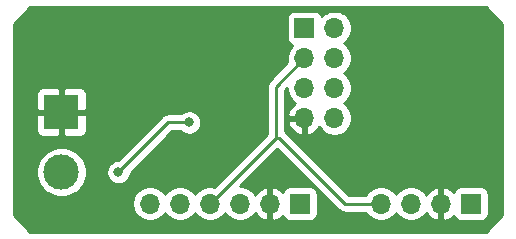
<source format=gbr>
G04 #@! TF.GenerationSoftware,KiCad,Pcbnew,5.1.5+dfsg1-2build2*
G04 #@! TF.CreationDate,2020-05-16T18:57:51+02:00*
G04 #@! TF.ProjectId,WeatherStationPcb,57656174-6865-4725-9374-6174696f6e50,1*
G04 #@! TF.SameCoordinates,Original*
G04 #@! TF.FileFunction,Copper,L2,Bot*
G04 #@! TF.FilePolarity,Positive*
%FSLAX46Y46*%
G04 Gerber Fmt 4.6, Leading zero omitted, Abs format (unit mm)*
G04 Created by KiCad (PCBNEW 5.1.5+dfsg1-2build2) date 2020-05-16 18:57:51*
%MOMM*%
%LPD*%
G04 APERTURE LIST*
%ADD10R,3.000000X3.000000*%
%ADD11C,3.000000*%
%ADD12R,1.700000X1.700000*%
%ADD13O,1.700000X1.700000*%
%ADD14C,0.800000*%
%ADD15C,0.250000*%
%ADD16C,0.254000*%
G04 APERTURE END LIST*
D10*
X64643000Y-54229000D03*
D11*
X64643000Y-59309000D03*
D12*
X84836000Y-61976000D03*
D13*
X82296000Y-61976000D03*
X79756000Y-61976000D03*
X77216000Y-61976000D03*
X74676000Y-61976000D03*
X72136000Y-61976000D03*
D12*
X99314000Y-61976000D03*
D13*
X96774000Y-61976000D03*
X94234000Y-61976000D03*
X91694000Y-61976000D03*
D12*
X85217000Y-47117000D03*
D13*
X87757000Y-47117000D03*
X85217000Y-49657000D03*
X87757000Y-49657000D03*
X85217000Y-52197000D03*
X87757000Y-52197000D03*
X85217000Y-54737000D03*
X87757000Y-54737000D03*
D14*
X78232000Y-49530000D03*
X69088000Y-53340000D03*
X69469000Y-59309000D03*
X75452000Y-55104000D03*
D15*
X73674000Y-55104000D02*
X69469000Y-59309000D01*
X75452000Y-55104000D02*
X73674000Y-55104000D01*
X85217000Y-49657000D02*
X82804000Y-52070000D01*
X82804000Y-56388000D02*
X77216000Y-61976000D01*
X82804000Y-52070000D02*
X82804000Y-56388000D01*
X82804000Y-56388000D02*
X83058000Y-56388000D01*
X88646000Y-61976000D02*
X91694000Y-61976000D01*
X83058000Y-56388000D02*
X88646000Y-61976000D01*
D16*
G36*
X101956001Y-46763607D02*
G01*
X101956000Y-62964394D01*
X100556394Y-64364000D01*
X62003606Y-64364000D01*
X60604000Y-62964394D01*
X60604000Y-61829740D01*
X70651000Y-61829740D01*
X70651000Y-62122260D01*
X70708068Y-62409158D01*
X70820010Y-62679411D01*
X70982525Y-62922632D01*
X71189368Y-63129475D01*
X71432589Y-63291990D01*
X71702842Y-63403932D01*
X71989740Y-63461000D01*
X72282260Y-63461000D01*
X72569158Y-63403932D01*
X72839411Y-63291990D01*
X73082632Y-63129475D01*
X73289475Y-62922632D01*
X73406000Y-62748240D01*
X73522525Y-62922632D01*
X73729368Y-63129475D01*
X73972589Y-63291990D01*
X74242842Y-63403932D01*
X74529740Y-63461000D01*
X74822260Y-63461000D01*
X75109158Y-63403932D01*
X75379411Y-63291990D01*
X75622632Y-63129475D01*
X75829475Y-62922632D01*
X75946000Y-62748240D01*
X76062525Y-62922632D01*
X76269368Y-63129475D01*
X76512589Y-63291990D01*
X76782842Y-63403932D01*
X77069740Y-63461000D01*
X77362260Y-63461000D01*
X77649158Y-63403932D01*
X77919411Y-63291990D01*
X78162632Y-63129475D01*
X78369475Y-62922632D01*
X78486000Y-62748240D01*
X78602525Y-62922632D01*
X78809368Y-63129475D01*
X79052589Y-63291990D01*
X79322842Y-63403932D01*
X79609740Y-63461000D01*
X79902260Y-63461000D01*
X80189158Y-63403932D01*
X80459411Y-63291990D01*
X80702632Y-63129475D01*
X80909475Y-62922632D01*
X81031195Y-62740466D01*
X81100822Y-62857355D01*
X81295731Y-63073588D01*
X81529080Y-63247641D01*
X81791901Y-63372825D01*
X81939110Y-63417476D01*
X82169000Y-63296155D01*
X82169000Y-62103000D01*
X82149000Y-62103000D01*
X82149000Y-61849000D01*
X82169000Y-61849000D01*
X82169000Y-60655845D01*
X82423000Y-60655845D01*
X82423000Y-61849000D01*
X82443000Y-61849000D01*
X82443000Y-62103000D01*
X82423000Y-62103000D01*
X82423000Y-63296155D01*
X82652890Y-63417476D01*
X82800099Y-63372825D01*
X83062920Y-63247641D01*
X83296269Y-63073588D01*
X83372034Y-62989534D01*
X83396498Y-63070180D01*
X83455463Y-63180494D01*
X83534815Y-63277185D01*
X83631506Y-63356537D01*
X83741820Y-63415502D01*
X83861518Y-63451812D01*
X83986000Y-63464072D01*
X85686000Y-63464072D01*
X85810482Y-63451812D01*
X85930180Y-63415502D01*
X86040494Y-63356537D01*
X86137185Y-63277185D01*
X86216537Y-63180494D01*
X86275502Y-63070180D01*
X86311812Y-62950482D01*
X86324072Y-62826000D01*
X86324072Y-61126000D01*
X86311812Y-61001518D01*
X86275502Y-60881820D01*
X86216537Y-60771506D01*
X86137185Y-60674815D01*
X86040494Y-60595463D01*
X85930180Y-60536498D01*
X85810482Y-60500188D01*
X85686000Y-60487928D01*
X83986000Y-60487928D01*
X83861518Y-60500188D01*
X83741820Y-60536498D01*
X83631506Y-60595463D01*
X83534815Y-60674815D01*
X83455463Y-60771506D01*
X83396498Y-60881820D01*
X83372034Y-60962466D01*
X83296269Y-60878412D01*
X83062920Y-60704359D01*
X82800099Y-60579175D01*
X82652890Y-60534524D01*
X82423000Y-60655845D01*
X82169000Y-60655845D01*
X81939110Y-60534524D01*
X81791901Y-60579175D01*
X81529080Y-60704359D01*
X81295731Y-60878412D01*
X81100822Y-61094645D01*
X81031195Y-61211534D01*
X80909475Y-61029368D01*
X80702632Y-60822525D01*
X80459411Y-60660010D01*
X80189158Y-60548068D01*
X79902260Y-60491000D01*
X79775802Y-60491000D01*
X82931001Y-57335802D01*
X88082205Y-62487008D01*
X88105999Y-62516001D01*
X88134992Y-62539795D01*
X88134996Y-62539799D01*
X88205685Y-62597811D01*
X88221724Y-62610974D01*
X88353753Y-62681546D01*
X88497014Y-62725003D01*
X88608667Y-62736000D01*
X88608676Y-62736000D01*
X88645999Y-62739676D01*
X88683322Y-62736000D01*
X90415822Y-62736000D01*
X90540525Y-62922632D01*
X90747368Y-63129475D01*
X90990589Y-63291990D01*
X91260842Y-63403932D01*
X91547740Y-63461000D01*
X91840260Y-63461000D01*
X92127158Y-63403932D01*
X92397411Y-63291990D01*
X92640632Y-63129475D01*
X92847475Y-62922632D01*
X92964000Y-62748240D01*
X93080525Y-62922632D01*
X93287368Y-63129475D01*
X93530589Y-63291990D01*
X93800842Y-63403932D01*
X94087740Y-63461000D01*
X94380260Y-63461000D01*
X94667158Y-63403932D01*
X94937411Y-63291990D01*
X95180632Y-63129475D01*
X95387475Y-62922632D01*
X95509195Y-62740466D01*
X95578822Y-62857355D01*
X95773731Y-63073588D01*
X96007080Y-63247641D01*
X96269901Y-63372825D01*
X96417110Y-63417476D01*
X96647000Y-63296155D01*
X96647000Y-62103000D01*
X96627000Y-62103000D01*
X96627000Y-61849000D01*
X96647000Y-61849000D01*
X96647000Y-60655845D01*
X96901000Y-60655845D01*
X96901000Y-61849000D01*
X96921000Y-61849000D01*
X96921000Y-62103000D01*
X96901000Y-62103000D01*
X96901000Y-63296155D01*
X97130890Y-63417476D01*
X97278099Y-63372825D01*
X97540920Y-63247641D01*
X97774269Y-63073588D01*
X97850034Y-62989534D01*
X97874498Y-63070180D01*
X97933463Y-63180494D01*
X98012815Y-63277185D01*
X98109506Y-63356537D01*
X98219820Y-63415502D01*
X98339518Y-63451812D01*
X98464000Y-63464072D01*
X100164000Y-63464072D01*
X100288482Y-63451812D01*
X100408180Y-63415502D01*
X100518494Y-63356537D01*
X100615185Y-63277185D01*
X100694537Y-63180494D01*
X100753502Y-63070180D01*
X100789812Y-62950482D01*
X100802072Y-62826000D01*
X100802072Y-61126000D01*
X100789812Y-61001518D01*
X100753502Y-60881820D01*
X100694537Y-60771506D01*
X100615185Y-60674815D01*
X100518494Y-60595463D01*
X100408180Y-60536498D01*
X100288482Y-60500188D01*
X100164000Y-60487928D01*
X98464000Y-60487928D01*
X98339518Y-60500188D01*
X98219820Y-60536498D01*
X98109506Y-60595463D01*
X98012815Y-60674815D01*
X97933463Y-60771506D01*
X97874498Y-60881820D01*
X97850034Y-60962466D01*
X97774269Y-60878412D01*
X97540920Y-60704359D01*
X97278099Y-60579175D01*
X97130890Y-60534524D01*
X96901000Y-60655845D01*
X96647000Y-60655845D01*
X96417110Y-60534524D01*
X96269901Y-60579175D01*
X96007080Y-60704359D01*
X95773731Y-60878412D01*
X95578822Y-61094645D01*
X95509195Y-61211534D01*
X95387475Y-61029368D01*
X95180632Y-60822525D01*
X94937411Y-60660010D01*
X94667158Y-60548068D01*
X94380260Y-60491000D01*
X94087740Y-60491000D01*
X93800842Y-60548068D01*
X93530589Y-60660010D01*
X93287368Y-60822525D01*
X93080525Y-61029368D01*
X92964000Y-61203760D01*
X92847475Y-61029368D01*
X92640632Y-60822525D01*
X92397411Y-60660010D01*
X92127158Y-60548068D01*
X91840260Y-60491000D01*
X91547740Y-60491000D01*
X91260842Y-60548068D01*
X90990589Y-60660010D01*
X90747368Y-60822525D01*
X90540525Y-61029368D01*
X90415822Y-61216000D01*
X88960803Y-61216000D01*
X83621804Y-55877003D01*
X83598001Y-55847999D01*
X83564000Y-55820095D01*
X83564000Y-55093890D01*
X83775524Y-55093890D01*
X83820175Y-55241099D01*
X83945359Y-55503920D01*
X84119412Y-55737269D01*
X84335645Y-55932178D01*
X84585748Y-56081157D01*
X84860109Y-56178481D01*
X85090000Y-56057814D01*
X85090000Y-54864000D01*
X83896845Y-54864000D01*
X83775524Y-55093890D01*
X83564000Y-55093890D01*
X83564000Y-52384801D01*
X83732000Y-52216801D01*
X83732000Y-52343260D01*
X83789068Y-52630158D01*
X83901010Y-52900411D01*
X84063525Y-53143632D01*
X84270368Y-53350475D01*
X84452534Y-53472195D01*
X84335645Y-53541822D01*
X84119412Y-53736731D01*
X83945359Y-53970080D01*
X83820175Y-54232901D01*
X83775524Y-54380110D01*
X83896845Y-54610000D01*
X85090000Y-54610000D01*
X85090000Y-54590000D01*
X85344000Y-54590000D01*
X85344000Y-54610000D01*
X85364000Y-54610000D01*
X85364000Y-54864000D01*
X85344000Y-54864000D01*
X85344000Y-56057814D01*
X85573891Y-56178481D01*
X85848252Y-56081157D01*
X86098355Y-55932178D01*
X86314588Y-55737269D01*
X86485900Y-55507594D01*
X86603525Y-55683632D01*
X86810368Y-55890475D01*
X87053589Y-56052990D01*
X87323842Y-56164932D01*
X87610740Y-56222000D01*
X87903260Y-56222000D01*
X88190158Y-56164932D01*
X88460411Y-56052990D01*
X88703632Y-55890475D01*
X88910475Y-55683632D01*
X89072990Y-55440411D01*
X89184932Y-55170158D01*
X89242000Y-54883260D01*
X89242000Y-54590740D01*
X89184932Y-54303842D01*
X89072990Y-54033589D01*
X88910475Y-53790368D01*
X88703632Y-53583525D01*
X88529240Y-53467000D01*
X88703632Y-53350475D01*
X88910475Y-53143632D01*
X89072990Y-52900411D01*
X89184932Y-52630158D01*
X89242000Y-52343260D01*
X89242000Y-52050740D01*
X89184932Y-51763842D01*
X89072990Y-51493589D01*
X88910475Y-51250368D01*
X88703632Y-51043525D01*
X88529240Y-50927000D01*
X88703632Y-50810475D01*
X88910475Y-50603632D01*
X89072990Y-50360411D01*
X89184932Y-50090158D01*
X89242000Y-49803260D01*
X89242000Y-49510740D01*
X89184932Y-49223842D01*
X89072990Y-48953589D01*
X88910475Y-48710368D01*
X88703632Y-48503525D01*
X88529240Y-48387000D01*
X88703632Y-48270475D01*
X88910475Y-48063632D01*
X89072990Y-47820411D01*
X89184932Y-47550158D01*
X89242000Y-47263260D01*
X89242000Y-46970740D01*
X89184932Y-46683842D01*
X89072990Y-46413589D01*
X88910475Y-46170368D01*
X88703632Y-45963525D01*
X88460411Y-45801010D01*
X88190158Y-45689068D01*
X87903260Y-45632000D01*
X87610740Y-45632000D01*
X87323842Y-45689068D01*
X87053589Y-45801010D01*
X86810368Y-45963525D01*
X86678513Y-46095380D01*
X86656502Y-46022820D01*
X86597537Y-45912506D01*
X86518185Y-45815815D01*
X86421494Y-45736463D01*
X86311180Y-45677498D01*
X86191482Y-45641188D01*
X86067000Y-45628928D01*
X84367000Y-45628928D01*
X84242518Y-45641188D01*
X84122820Y-45677498D01*
X84012506Y-45736463D01*
X83915815Y-45815815D01*
X83836463Y-45912506D01*
X83777498Y-46022820D01*
X83741188Y-46142518D01*
X83728928Y-46267000D01*
X83728928Y-47967000D01*
X83741188Y-48091482D01*
X83777498Y-48211180D01*
X83836463Y-48321494D01*
X83915815Y-48418185D01*
X84012506Y-48497537D01*
X84122820Y-48556502D01*
X84195380Y-48578513D01*
X84063525Y-48710368D01*
X83901010Y-48953589D01*
X83789068Y-49223842D01*
X83732000Y-49510740D01*
X83732000Y-49803260D01*
X83775790Y-50023408D01*
X82293003Y-51506196D01*
X82263999Y-51529999D01*
X82208871Y-51597174D01*
X82169026Y-51645724D01*
X82105890Y-51763842D01*
X82098454Y-51777754D01*
X82054997Y-51921015D01*
X82044000Y-52032668D01*
X82044000Y-52032678D01*
X82040324Y-52070000D01*
X82044000Y-52107323D01*
X82044001Y-56073196D01*
X77582408Y-60534791D01*
X77362260Y-60491000D01*
X77069740Y-60491000D01*
X76782842Y-60548068D01*
X76512589Y-60660010D01*
X76269368Y-60822525D01*
X76062525Y-61029368D01*
X75946000Y-61203760D01*
X75829475Y-61029368D01*
X75622632Y-60822525D01*
X75379411Y-60660010D01*
X75109158Y-60548068D01*
X74822260Y-60491000D01*
X74529740Y-60491000D01*
X74242842Y-60548068D01*
X73972589Y-60660010D01*
X73729368Y-60822525D01*
X73522525Y-61029368D01*
X73406000Y-61203760D01*
X73289475Y-61029368D01*
X73082632Y-60822525D01*
X72839411Y-60660010D01*
X72569158Y-60548068D01*
X72282260Y-60491000D01*
X71989740Y-60491000D01*
X71702842Y-60548068D01*
X71432589Y-60660010D01*
X71189368Y-60822525D01*
X70982525Y-61029368D01*
X70820010Y-61272589D01*
X70708068Y-61542842D01*
X70651000Y-61829740D01*
X60604000Y-61829740D01*
X60604000Y-59098721D01*
X62508000Y-59098721D01*
X62508000Y-59519279D01*
X62590047Y-59931756D01*
X62750988Y-60320302D01*
X62984637Y-60669983D01*
X63282017Y-60967363D01*
X63631698Y-61201012D01*
X64020244Y-61361953D01*
X64432721Y-61444000D01*
X64853279Y-61444000D01*
X65265756Y-61361953D01*
X65654302Y-61201012D01*
X66003983Y-60967363D01*
X66301363Y-60669983D01*
X66535012Y-60320302D01*
X66695953Y-59931756D01*
X66778000Y-59519279D01*
X66778000Y-59207061D01*
X68434000Y-59207061D01*
X68434000Y-59410939D01*
X68473774Y-59610898D01*
X68551795Y-59799256D01*
X68665063Y-59968774D01*
X68809226Y-60112937D01*
X68978744Y-60226205D01*
X69167102Y-60304226D01*
X69367061Y-60344000D01*
X69570939Y-60344000D01*
X69770898Y-60304226D01*
X69959256Y-60226205D01*
X70128774Y-60112937D01*
X70272937Y-59968774D01*
X70386205Y-59799256D01*
X70464226Y-59610898D01*
X70504000Y-59410939D01*
X70504000Y-59348801D01*
X73988802Y-55864000D01*
X74748289Y-55864000D01*
X74792226Y-55907937D01*
X74961744Y-56021205D01*
X75150102Y-56099226D01*
X75350061Y-56139000D01*
X75553939Y-56139000D01*
X75753898Y-56099226D01*
X75942256Y-56021205D01*
X76111774Y-55907937D01*
X76255937Y-55763774D01*
X76369205Y-55594256D01*
X76447226Y-55405898D01*
X76487000Y-55205939D01*
X76487000Y-55002061D01*
X76447226Y-54802102D01*
X76369205Y-54613744D01*
X76255937Y-54444226D01*
X76111774Y-54300063D01*
X75942256Y-54186795D01*
X75753898Y-54108774D01*
X75553939Y-54069000D01*
X75350061Y-54069000D01*
X75150102Y-54108774D01*
X74961744Y-54186795D01*
X74792226Y-54300063D01*
X74748289Y-54344000D01*
X73711322Y-54344000D01*
X73673999Y-54340324D01*
X73636676Y-54344000D01*
X73636667Y-54344000D01*
X73525014Y-54354997D01*
X73381753Y-54398454D01*
X73249723Y-54469026D01*
X73194009Y-54514750D01*
X73133999Y-54563999D01*
X73110201Y-54592997D01*
X69429199Y-58274000D01*
X69367061Y-58274000D01*
X69167102Y-58313774D01*
X68978744Y-58391795D01*
X68809226Y-58505063D01*
X68665063Y-58649226D01*
X68551795Y-58818744D01*
X68473774Y-59007102D01*
X68434000Y-59207061D01*
X66778000Y-59207061D01*
X66778000Y-59098721D01*
X66695953Y-58686244D01*
X66535012Y-58297698D01*
X66301363Y-57948017D01*
X66003983Y-57650637D01*
X65654302Y-57416988D01*
X65265756Y-57256047D01*
X64853279Y-57174000D01*
X64432721Y-57174000D01*
X64020244Y-57256047D01*
X63631698Y-57416988D01*
X63282017Y-57650637D01*
X62984637Y-57948017D01*
X62750988Y-58297698D01*
X62590047Y-58686244D01*
X62508000Y-59098721D01*
X60604000Y-59098721D01*
X60604000Y-55729000D01*
X62504928Y-55729000D01*
X62517188Y-55853482D01*
X62553498Y-55973180D01*
X62612463Y-56083494D01*
X62691815Y-56180185D01*
X62788506Y-56259537D01*
X62898820Y-56318502D01*
X63018518Y-56354812D01*
X63143000Y-56367072D01*
X64357250Y-56364000D01*
X64516000Y-56205250D01*
X64516000Y-54356000D01*
X64770000Y-54356000D01*
X64770000Y-56205250D01*
X64928750Y-56364000D01*
X66143000Y-56367072D01*
X66267482Y-56354812D01*
X66387180Y-56318502D01*
X66497494Y-56259537D01*
X66594185Y-56180185D01*
X66673537Y-56083494D01*
X66732502Y-55973180D01*
X66768812Y-55853482D01*
X66781072Y-55729000D01*
X66778000Y-54514750D01*
X66619250Y-54356000D01*
X64770000Y-54356000D01*
X64516000Y-54356000D01*
X62666750Y-54356000D01*
X62508000Y-54514750D01*
X62504928Y-55729000D01*
X60604000Y-55729000D01*
X60604000Y-52729000D01*
X62504928Y-52729000D01*
X62508000Y-53943250D01*
X62666750Y-54102000D01*
X64516000Y-54102000D01*
X64516000Y-52252750D01*
X64770000Y-52252750D01*
X64770000Y-54102000D01*
X66619250Y-54102000D01*
X66778000Y-53943250D01*
X66781072Y-52729000D01*
X66768812Y-52604518D01*
X66732502Y-52484820D01*
X66673537Y-52374506D01*
X66594185Y-52277815D01*
X66497494Y-52198463D01*
X66387180Y-52139498D01*
X66267482Y-52103188D01*
X66143000Y-52090928D01*
X64928750Y-52094000D01*
X64770000Y-52252750D01*
X64516000Y-52252750D01*
X64357250Y-52094000D01*
X63143000Y-52090928D01*
X63018518Y-52103188D01*
X62898820Y-52139498D01*
X62788506Y-52198463D01*
X62691815Y-52277815D01*
X62612463Y-52374506D01*
X62553498Y-52484820D01*
X62517188Y-52604518D01*
X62504928Y-52729000D01*
X60604000Y-52729000D01*
X60604000Y-46763606D01*
X62003606Y-45364000D01*
X100556394Y-45364000D01*
X101956001Y-46763607D01*
G37*
X101956001Y-46763607D02*
X101956000Y-62964394D01*
X100556394Y-64364000D01*
X62003606Y-64364000D01*
X60604000Y-62964394D01*
X60604000Y-61829740D01*
X70651000Y-61829740D01*
X70651000Y-62122260D01*
X70708068Y-62409158D01*
X70820010Y-62679411D01*
X70982525Y-62922632D01*
X71189368Y-63129475D01*
X71432589Y-63291990D01*
X71702842Y-63403932D01*
X71989740Y-63461000D01*
X72282260Y-63461000D01*
X72569158Y-63403932D01*
X72839411Y-63291990D01*
X73082632Y-63129475D01*
X73289475Y-62922632D01*
X73406000Y-62748240D01*
X73522525Y-62922632D01*
X73729368Y-63129475D01*
X73972589Y-63291990D01*
X74242842Y-63403932D01*
X74529740Y-63461000D01*
X74822260Y-63461000D01*
X75109158Y-63403932D01*
X75379411Y-63291990D01*
X75622632Y-63129475D01*
X75829475Y-62922632D01*
X75946000Y-62748240D01*
X76062525Y-62922632D01*
X76269368Y-63129475D01*
X76512589Y-63291990D01*
X76782842Y-63403932D01*
X77069740Y-63461000D01*
X77362260Y-63461000D01*
X77649158Y-63403932D01*
X77919411Y-63291990D01*
X78162632Y-63129475D01*
X78369475Y-62922632D01*
X78486000Y-62748240D01*
X78602525Y-62922632D01*
X78809368Y-63129475D01*
X79052589Y-63291990D01*
X79322842Y-63403932D01*
X79609740Y-63461000D01*
X79902260Y-63461000D01*
X80189158Y-63403932D01*
X80459411Y-63291990D01*
X80702632Y-63129475D01*
X80909475Y-62922632D01*
X81031195Y-62740466D01*
X81100822Y-62857355D01*
X81295731Y-63073588D01*
X81529080Y-63247641D01*
X81791901Y-63372825D01*
X81939110Y-63417476D01*
X82169000Y-63296155D01*
X82169000Y-62103000D01*
X82149000Y-62103000D01*
X82149000Y-61849000D01*
X82169000Y-61849000D01*
X82169000Y-60655845D01*
X82423000Y-60655845D01*
X82423000Y-61849000D01*
X82443000Y-61849000D01*
X82443000Y-62103000D01*
X82423000Y-62103000D01*
X82423000Y-63296155D01*
X82652890Y-63417476D01*
X82800099Y-63372825D01*
X83062920Y-63247641D01*
X83296269Y-63073588D01*
X83372034Y-62989534D01*
X83396498Y-63070180D01*
X83455463Y-63180494D01*
X83534815Y-63277185D01*
X83631506Y-63356537D01*
X83741820Y-63415502D01*
X83861518Y-63451812D01*
X83986000Y-63464072D01*
X85686000Y-63464072D01*
X85810482Y-63451812D01*
X85930180Y-63415502D01*
X86040494Y-63356537D01*
X86137185Y-63277185D01*
X86216537Y-63180494D01*
X86275502Y-63070180D01*
X86311812Y-62950482D01*
X86324072Y-62826000D01*
X86324072Y-61126000D01*
X86311812Y-61001518D01*
X86275502Y-60881820D01*
X86216537Y-60771506D01*
X86137185Y-60674815D01*
X86040494Y-60595463D01*
X85930180Y-60536498D01*
X85810482Y-60500188D01*
X85686000Y-60487928D01*
X83986000Y-60487928D01*
X83861518Y-60500188D01*
X83741820Y-60536498D01*
X83631506Y-60595463D01*
X83534815Y-60674815D01*
X83455463Y-60771506D01*
X83396498Y-60881820D01*
X83372034Y-60962466D01*
X83296269Y-60878412D01*
X83062920Y-60704359D01*
X82800099Y-60579175D01*
X82652890Y-60534524D01*
X82423000Y-60655845D01*
X82169000Y-60655845D01*
X81939110Y-60534524D01*
X81791901Y-60579175D01*
X81529080Y-60704359D01*
X81295731Y-60878412D01*
X81100822Y-61094645D01*
X81031195Y-61211534D01*
X80909475Y-61029368D01*
X80702632Y-60822525D01*
X80459411Y-60660010D01*
X80189158Y-60548068D01*
X79902260Y-60491000D01*
X79775802Y-60491000D01*
X82931001Y-57335802D01*
X88082205Y-62487008D01*
X88105999Y-62516001D01*
X88134992Y-62539795D01*
X88134996Y-62539799D01*
X88205685Y-62597811D01*
X88221724Y-62610974D01*
X88353753Y-62681546D01*
X88497014Y-62725003D01*
X88608667Y-62736000D01*
X88608676Y-62736000D01*
X88645999Y-62739676D01*
X88683322Y-62736000D01*
X90415822Y-62736000D01*
X90540525Y-62922632D01*
X90747368Y-63129475D01*
X90990589Y-63291990D01*
X91260842Y-63403932D01*
X91547740Y-63461000D01*
X91840260Y-63461000D01*
X92127158Y-63403932D01*
X92397411Y-63291990D01*
X92640632Y-63129475D01*
X92847475Y-62922632D01*
X92964000Y-62748240D01*
X93080525Y-62922632D01*
X93287368Y-63129475D01*
X93530589Y-63291990D01*
X93800842Y-63403932D01*
X94087740Y-63461000D01*
X94380260Y-63461000D01*
X94667158Y-63403932D01*
X94937411Y-63291990D01*
X95180632Y-63129475D01*
X95387475Y-62922632D01*
X95509195Y-62740466D01*
X95578822Y-62857355D01*
X95773731Y-63073588D01*
X96007080Y-63247641D01*
X96269901Y-63372825D01*
X96417110Y-63417476D01*
X96647000Y-63296155D01*
X96647000Y-62103000D01*
X96627000Y-62103000D01*
X96627000Y-61849000D01*
X96647000Y-61849000D01*
X96647000Y-60655845D01*
X96901000Y-60655845D01*
X96901000Y-61849000D01*
X96921000Y-61849000D01*
X96921000Y-62103000D01*
X96901000Y-62103000D01*
X96901000Y-63296155D01*
X97130890Y-63417476D01*
X97278099Y-63372825D01*
X97540920Y-63247641D01*
X97774269Y-63073588D01*
X97850034Y-62989534D01*
X97874498Y-63070180D01*
X97933463Y-63180494D01*
X98012815Y-63277185D01*
X98109506Y-63356537D01*
X98219820Y-63415502D01*
X98339518Y-63451812D01*
X98464000Y-63464072D01*
X100164000Y-63464072D01*
X100288482Y-63451812D01*
X100408180Y-63415502D01*
X100518494Y-63356537D01*
X100615185Y-63277185D01*
X100694537Y-63180494D01*
X100753502Y-63070180D01*
X100789812Y-62950482D01*
X100802072Y-62826000D01*
X100802072Y-61126000D01*
X100789812Y-61001518D01*
X100753502Y-60881820D01*
X100694537Y-60771506D01*
X100615185Y-60674815D01*
X100518494Y-60595463D01*
X100408180Y-60536498D01*
X100288482Y-60500188D01*
X100164000Y-60487928D01*
X98464000Y-60487928D01*
X98339518Y-60500188D01*
X98219820Y-60536498D01*
X98109506Y-60595463D01*
X98012815Y-60674815D01*
X97933463Y-60771506D01*
X97874498Y-60881820D01*
X97850034Y-60962466D01*
X97774269Y-60878412D01*
X97540920Y-60704359D01*
X97278099Y-60579175D01*
X97130890Y-60534524D01*
X96901000Y-60655845D01*
X96647000Y-60655845D01*
X96417110Y-60534524D01*
X96269901Y-60579175D01*
X96007080Y-60704359D01*
X95773731Y-60878412D01*
X95578822Y-61094645D01*
X95509195Y-61211534D01*
X95387475Y-61029368D01*
X95180632Y-60822525D01*
X94937411Y-60660010D01*
X94667158Y-60548068D01*
X94380260Y-60491000D01*
X94087740Y-60491000D01*
X93800842Y-60548068D01*
X93530589Y-60660010D01*
X93287368Y-60822525D01*
X93080525Y-61029368D01*
X92964000Y-61203760D01*
X92847475Y-61029368D01*
X92640632Y-60822525D01*
X92397411Y-60660010D01*
X92127158Y-60548068D01*
X91840260Y-60491000D01*
X91547740Y-60491000D01*
X91260842Y-60548068D01*
X90990589Y-60660010D01*
X90747368Y-60822525D01*
X90540525Y-61029368D01*
X90415822Y-61216000D01*
X88960803Y-61216000D01*
X83621804Y-55877003D01*
X83598001Y-55847999D01*
X83564000Y-55820095D01*
X83564000Y-55093890D01*
X83775524Y-55093890D01*
X83820175Y-55241099D01*
X83945359Y-55503920D01*
X84119412Y-55737269D01*
X84335645Y-55932178D01*
X84585748Y-56081157D01*
X84860109Y-56178481D01*
X85090000Y-56057814D01*
X85090000Y-54864000D01*
X83896845Y-54864000D01*
X83775524Y-55093890D01*
X83564000Y-55093890D01*
X83564000Y-52384801D01*
X83732000Y-52216801D01*
X83732000Y-52343260D01*
X83789068Y-52630158D01*
X83901010Y-52900411D01*
X84063525Y-53143632D01*
X84270368Y-53350475D01*
X84452534Y-53472195D01*
X84335645Y-53541822D01*
X84119412Y-53736731D01*
X83945359Y-53970080D01*
X83820175Y-54232901D01*
X83775524Y-54380110D01*
X83896845Y-54610000D01*
X85090000Y-54610000D01*
X85090000Y-54590000D01*
X85344000Y-54590000D01*
X85344000Y-54610000D01*
X85364000Y-54610000D01*
X85364000Y-54864000D01*
X85344000Y-54864000D01*
X85344000Y-56057814D01*
X85573891Y-56178481D01*
X85848252Y-56081157D01*
X86098355Y-55932178D01*
X86314588Y-55737269D01*
X86485900Y-55507594D01*
X86603525Y-55683632D01*
X86810368Y-55890475D01*
X87053589Y-56052990D01*
X87323842Y-56164932D01*
X87610740Y-56222000D01*
X87903260Y-56222000D01*
X88190158Y-56164932D01*
X88460411Y-56052990D01*
X88703632Y-55890475D01*
X88910475Y-55683632D01*
X89072990Y-55440411D01*
X89184932Y-55170158D01*
X89242000Y-54883260D01*
X89242000Y-54590740D01*
X89184932Y-54303842D01*
X89072990Y-54033589D01*
X88910475Y-53790368D01*
X88703632Y-53583525D01*
X88529240Y-53467000D01*
X88703632Y-53350475D01*
X88910475Y-53143632D01*
X89072990Y-52900411D01*
X89184932Y-52630158D01*
X89242000Y-52343260D01*
X89242000Y-52050740D01*
X89184932Y-51763842D01*
X89072990Y-51493589D01*
X88910475Y-51250368D01*
X88703632Y-51043525D01*
X88529240Y-50927000D01*
X88703632Y-50810475D01*
X88910475Y-50603632D01*
X89072990Y-50360411D01*
X89184932Y-50090158D01*
X89242000Y-49803260D01*
X89242000Y-49510740D01*
X89184932Y-49223842D01*
X89072990Y-48953589D01*
X88910475Y-48710368D01*
X88703632Y-48503525D01*
X88529240Y-48387000D01*
X88703632Y-48270475D01*
X88910475Y-48063632D01*
X89072990Y-47820411D01*
X89184932Y-47550158D01*
X89242000Y-47263260D01*
X89242000Y-46970740D01*
X89184932Y-46683842D01*
X89072990Y-46413589D01*
X88910475Y-46170368D01*
X88703632Y-45963525D01*
X88460411Y-45801010D01*
X88190158Y-45689068D01*
X87903260Y-45632000D01*
X87610740Y-45632000D01*
X87323842Y-45689068D01*
X87053589Y-45801010D01*
X86810368Y-45963525D01*
X86678513Y-46095380D01*
X86656502Y-46022820D01*
X86597537Y-45912506D01*
X86518185Y-45815815D01*
X86421494Y-45736463D01*
X86311180Y-45677498D01*
X86191482Y-45641188D01*
X86067000Y-45628928D01*
X84367000Y-45628928D01*
X84242518Y-45641188D01*
X84122820Y-45677498D01*
X84012506Y-45736463D01*
X83915815Y-45815815D01*
X83836463Y-45912506D01*
X83777498Y-46022820D01*
X83741188Y-46142518D01*
X83728928Y-46267000D01*
X83728928Y-47967000D01*
X83741188Y-48091482D01*
X83777498Y-48211180D01*
X83836463Y-48321494D01*
X83915815Y-48418185D01*
X84012506Y-48497537D01*
X84122820Y-48556502D01*
X84195380Y-48578513D01*
X84063525Y-48710368D01*
X83901010Y-48953589D01*
X83789068Y-49223842D01*
X83732000Y-49510740D01*
X83732000Y-49803260D01*
X83775790Y-50023408D01*
X82293003Y-51506196D01*
X82263999Y-51529999D01*
X82208871Y-51597174D01*
X82169026Y-51645724D01*
X82105890Y-51763842D01*
X82098454Y-51777754D01*
X82054997Y-51921015D01*
X82044000Y-52032668D01*
X82044000Y-52032678D01*
X82040324Y-52070000D01*
X82044000Y-52107323D01*
X82044001Y-56073196D01*
X77582408Y-60534791D01*
X77362260Y-60491000D01*
X77069740Y-60491000D01*
X76782842Y-60548068D01*
X76512589Y-60660010D01*
X76269368Y-60822525D01*
X76062525Y-61029368D01*
X75946000Y-61203760D01*
X75829475Y-61029368D01*
X75622632Y-60822525D01*
X75379411Y-60660010D01*
X75109158Y-60548068D01*
X74822260Y-60491000D01*
X74529740Y-60491000D01*
X74242842Y-60548068D01*
X73972589Y-60660010D01*
X73729368Y-60822525D01*
X73522525Y-61029368D01*
X73406000Y-61203760D01*
X73289475Y-61029368D01*
X73082632Y-60822525D01*
X72839411Y-60660010D01*
X72569158Y-60548068D01*
X72282260Y-60491000D01*
X71989740Y-60491000D01*
X71702842Y-60548068D01*
X71432589Y-60660010D01*
X71189368Y-60822525D01*
X70982525Y-61029368D01*
X70820010Y-61272589D01*
X70708068Y-61542842D01*
X70651000Y-61829740D01*
X60604000Y-61829740D01*
X60604000Y-59098721D01*
X62508000Y-59098721D01*
X62508000Y-59519279D01*
X62590047Y-59931756D01*
X62750988Y-60320302D01*
X62984637Y-60669983D01*
X63282017Y-60967363D01*
X63631698Y-61201012D01*
X64020244Y-61361953D01*
X64432721Y-61444000D01*
X64853279Y-61444000D01*
X65265756Y-61361953D01*
X65654302Y-61201012D01*
X66003983Y-60967363D01*
X66301363Y-60669983D01*
X66535012Y-60320302D01*
X66695953Y-59931756D01*
X66778000Y-59519279D01*
X66778000Y-59207061D01*
X68434000Y-59207061D01*
X68434000Y-59410939D01*
X68473774Y-59610898D01*
X68551795Y-59799256D01*
X68665063Y-59968774D01*
X68809226Y-60112937D01*
X68978744Y-60226205D01*
X69167102Y-60304226D01*
X69367061Y-60344000D01*
X69570939Y-60344000D01*
X69770898Y-60304226D01*
X69959256Y-60226205D01*
X70128774Y-60112937D01*
X70272937Y-59968774D01*
X70386205Y-59799256D01*
X70464226Y-59610898D01*
X70504000Y-59410939D01*
X70504000Y-59348801D01*
X73988802Y-55864000D01*
X74748289Y-55864000D01*
X74792226Y-55907937D01*
X74961744Y-56021205D01*
X75150102Y-56099226D01*
X75350061Y-56139000D01*
X75553939Y-56139000D01*
X75753898Y-56099226D01*
X75942256Y-56021205D01*
X76111774Y-55907937D01*
X76255937Y-55763774D01*
X76369205Y-55594256D01*
X76447226Y-55405898D01*
X76487000Y-55205939D01*
X76487000Y-55002061D01*
X76447226Y-54802102D01*
X76369205Y-54613744D01*
X76255937Y-54444226D01*
X76111774Y-54300063D01*
X75942256Y-54186795D01*
X75753898Y-54108774D01*
X75553939Y-54069000D01*
X75350061Y-54069000D01*
X75150102Y-54108774D01*
X74961744Y-54186795D01*
X74792226Y-54300063D01*
X74748289Y-54344000D01*
X73711322Y-54344000D01*
X73673999Y-54340324D01*
X73636676Y-54344000D01*
X73636667Y-54344000D01*
X73525014Y-54354997D01*
X73381753Y-54398454D01*
X73249723Y-54469026D01*
X73194009Y-54514750D01*
X73133999Y-54563999D01*
X73110201Y-54592997D01*
X69429199Y-58274000D01*
X69367061Y-58274000D01*
X69167102Y-58313774D01*
X68978744Y-58391795D01*
X68809226Y-58505063D01*
X68665063Y-58649226D01*
X68551795Y-58818744D01*
X68473774Y-59007102D01*
X68434000Y-59207061D01*
X66778000Y-59207061D01*
X66778000Y-59098721D01*
X66695953Y-58686244D01*
X66535012Y-58297698D01*
X66301363Y-57948017D01*
X66003983Y-57650637D01*
X65654302Y-57416988D01*
X65265756Y-57256047D01*
X64853279Y-57174000D01*
X64432721Y-57174000D01*
X64020244Y-57256047D01*
X63631698Y-57416988D01*
X63282017Y-57650637D01*
X62984637Y-57948017D01*
X62750988Y-58297698D01*
X62590047Y-58686244D01*
X62508000Y-59098721D01*
X60604000Y-59098721D01*
X60604000Y-55729000D01*
X62504928Y-55729000D01*
X62517188Y-55853482D01*
X62553498Y-55973180D01*
X62612463Y-56083494D01*
X62691815Y-56180185D01*
X62788506Y-56259537D01*
X62898820Y-56318502D01*
X63018518Y-56354812D01*
X63143000Y-56367072D01*
X64357250Y-56364000D01*
X64516000Y-56205250D01*
X64516000Y-54356000D01*
X64770000Y-54356000D01*
X64770000Y-56205250D01*
X64928750Y-56364000D01*
X66143000Y-56367072D01*
X66267482Y-56354812D01*
X66387180Y-56318502D01*
X66497494Y-56259537D01*
X66594185Y-56180185D01*
X66673537Y-56083494D01*
X66732502Y-55973180D01*
X66768812Y-55853482D01*
X66781072Y-55729000D01*
X66778000Y-54514750D01*
X66619250Y-54356000D01*
X64770000Y-54356000D01*
X64516000Y-54356000D01*
X62666750Y-54356000D01*
X62508000Y-54514750D01*
X62504928Y-55729000D01*
X60604000Y-55729000D01*
X60604000Y-52729000D01*
X62504928Y-52729000D01*
X62508000Y-53943250D01*
X62666750Y-54102000D01*
X64516000Y-54102000D01*
X64516000Y-52252750D01*
X64770000Y-52252750D01*
X64770000Y-54102000D01*
X66619250Y-54102000D01*
X66778000Y-53943250D01*
X66781072Y-52729000D01*
X66768812Y-52604518D01*
X66732502Y-52484820D01*
X66673537Y-52374506D01*
X66594185Y-52277815D01*
X66497494Y-52198463D01*
X66387180Y-52139498D01*
X66267482Y-52103188D01*
X66143000Y-52090928D01*
X64928750Y-52094000D01*
X64770000Y-52252750D01*
X64516000Y-52252750D01*
X64357250Y-52094000D01*
X63143000Y-52090928D01*
X63018518Y-52103188D01*
X62898820Y-52139498D01*
X62788506Y-52198463D01*
X62691815Y-52277815D01*
X62612463Y-52374506D01*
X62553498Y-52484820D01*
X62517188Y-52604518D01*
X62504928Y-52729000D01*
X60604000Y-52729000D01*
X60604000Y-46763606D01*
X62003606Y-45364000D01*
X100556394Y-45364000D01*
X101956001Y-46763607D01*
M02*

</source>
